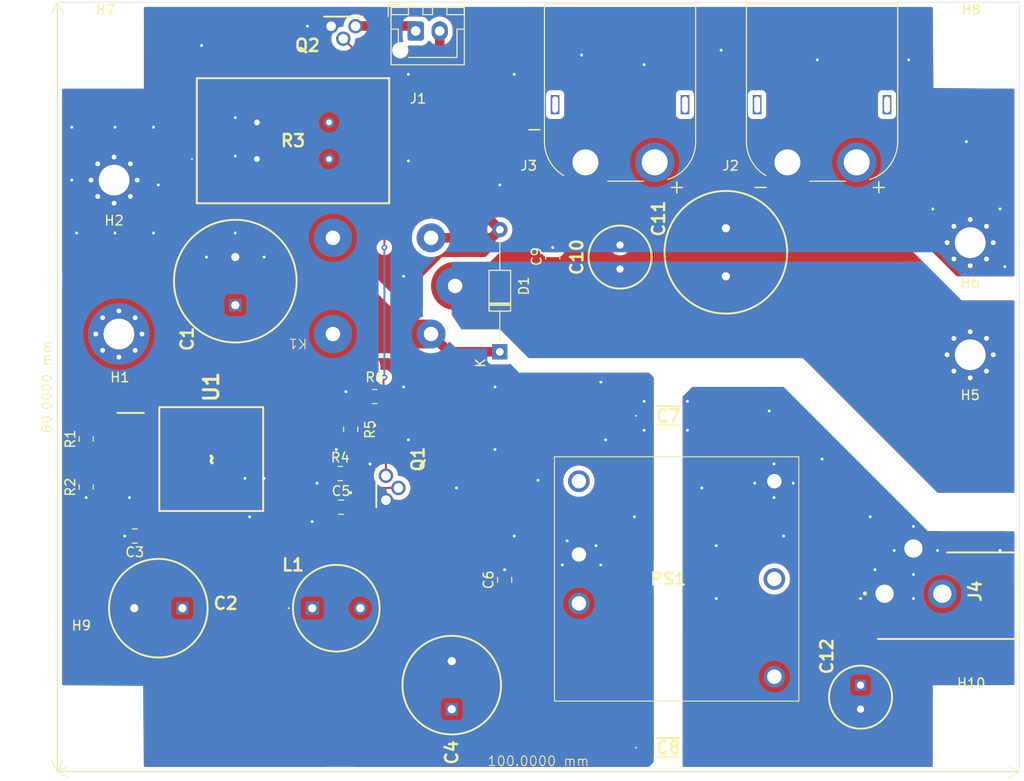
<source format=kicad_pcb>
(kicad_pcb (version 20240108) (generator "pcbnew") (generator_version "8.0")
  (layers (0 "F.Cu" signal) (31 "B.Cu" signal) (34 "B.Paste" user) (35 "F.Paste" user) (36 "B.SilkS" user "B.Silkscreen") (37 "F.SilkS" user "F.Silkscreen") (38 "B.Mask" user) (39 "F.Mask" user) (44 "Edge.Cuts" user))
  (net 0 "")
  (net 1 "GND")
  (net 2 "VCC")
  (net 3 "Net-(U1-delay_c)")
  (net 4 "Net-(PS1-VIN)")
  (net 5 "Net-(PS1-0V)")
  (net 6 "Net-(PS1-+VO)")
  (net 7 "Net-(J1-Pin_1)")
  (net 8 "Net-(K1-Pad12)")
  (net 11 "Net-(Q1-G)")
  (net 12 "Net-(Q1-D)")
  (net 13 "Net-(U1-Vin)")
  (net 14 "Net-(U1-Vout)")
  (net 18 "Net-(J2-Pin_2)")
  (net 19 "Net-(D1-A)")
  (footprint "Connector_AMASS:AMASS_XT60PW-M_1x02_P7.20mm_Horizontal" (layer "F.Cu") (at 130.9 51.65)
    (property "Reference" "J2" (at -5.9 0.35 0) (layer "F.SilkS"))
    (property "Value" "Conn_01x02")
    (fp_text user "-" (at -2.8 2.5 0) (layer "F.SilkS") (effects (font (size 1.5 1.5))))
    (fp_text user "+" (at 9.5 2.5 0) (layer "F.SilkS") (effects (font (size 1.5 1.5))))
    (pad "" thru_hole rect (at -3.15 -6) (size 0.9 2) (drill oval 0.6 1.7) (layers "*.Cu" "*.Mask"))
    (pad "" thru_hole rect (at 10.35 -6) (size 0.9 2) (drill oval 0.6 1.7) (layers "*.Cu" "*.Mask"))
    (pad "1" thru_hole roundrect (at 0 0) (size 4.1 4.1) (drill 2.7) (layers "*.Cu" "*.Mask") (net 1 "GND"))
    (pad "2" thru_hole circle (at 7.2 0) (size 4.1 4.1) (drill 2.7) (layers "*.Cu" "*.Mask") (net 18 "Net-(J2-Pin_2)"))
  )
  (footprint "MountingHole:MountingHole_3.2mm_M3" (layer "F.Cu") (at 150 110)
    (property "Reference" "H10" (at 0 -4.2 0) (layer "F.SilkS"))
    (property "Value" "MountingHole")
    (pad "" np_thru_hole circle (at 0 0) (size 3.2 3.2) (drill 3.2) (layers "*.Cu" "*.Mask"))
  )
  (footprint "MountingHole:MountingHole_3.2mm_M3_Pad_Via" (layer "F.Cu") (at 61.4 69.5 180)
    (property "Reference" "H1" (at -0.1 -4.5 180) (layer "F.SilkS"))
    (property "Value" "fuse_out")
    (pad "1" thru_hole circle (at -2.4 0 180) (size 0.8 0.8) (drill 0.5) (layers "*.Cu" "*.Mask") (net 2 "VCC"))
    (pad "1" thru_hole circle (at -1.697056 -1.697056 180) (size 0.8 0.8) (drill 0.5) (layers "*.Cu" "*.Mask") (net 2 "VCC"))
    (pad "1" thru_hole circle (at -1.697056 1.697056 180) (size 0.8 0.8) (drill 0.5) (layers "*.Cu" "*.Mask") (net 2 "VCC"))
    (pad "1" thru_hole circle (at 0 -2.4 180) (size 0.8 0.8) (drill 0.5) (layers "*.Cu" "*.Mask") (net 2 "VCC"))
    (pad "1" thru_hole circle (at 0 0 180) (size 6.4 6.4) (drill 3.2) (layers "*.Cu" "*.Mask") (net 2 "VCC"))
    (pad "1" thru_hole circle (at 0 2.4 180) (size 0.8 0.8) (drill 0.5) (layers "*.Cu" "*.Mask") (net 2 "VCC"))
    (pad "1" thru_hole circle (at 1.697056 -1.697056 180) (size 0.8 0.8) (drill 0.5) (layers "*.Cu" "*.Mask") (net 2 "VCC"))
    (pad "1" thru_hole circle (at 1.697056 1.697056 180) (size 0.8 0.8) (drill 0.5) (layers "*.Cu" "*.Mask") (net 2 "VCC"))
    (pad "1" thru_hole circle (at 2.4 0 180) (size 0.8 0.8) (drill 0.5) (layers "*.Cu" "*.Mask") (net 2 "VCC"))
  )
  (footprint "Connector_AMASS:AMASS_XT60PW-M_1x02_P7.20mm_Horizontal" (layer "F.Cu") (at 109.9 51.65)
    (property "Reference" "J3" (at -5.9 0.35 0) (layer "F.SilkS"))
    (property "Value" "Conn_01x02")
    (fp_text user "+" (at 9.5 2.5 0) (layer "F.SilkS") (effects (font (size 1.5 1.5))))
    (fp_text user "-" (at -5.3 -3.5 0) (layer "F.SilkS") (effects (font (size 1.5 1.5))))
    (pad "" thru_hole rect (at -3.15 -6) (size 0.9 2) (drill oval 0.6 1.7) (layers "*.Cu" "*.Mask"))
    (pad "" thru_hole rect (at 10.35 -6) (size 0.9 2) (drill oval 0.6 1.7) (layers "*.Cu" "*.Mask"))
    (pad "1" thru_hole roundrect (at 0 0) (size 4.1 4.1) (drill 2.7) (layers "*.Cu" "*.Mask") (net 1 "GND"))
    (pad "2" thru_hole circle (at 7.2 0) (size 4.1 4.1) (drill 2.7) (layers "*.Cu" "*.Mask") (net 18 "Net-(J2-Pin_2)"))
  )
  (footprint "Resistor_SMD:R_0805_2012Metric" (layer "F.Cu") (at 88 76 180)
    (property "Reference" "R6" (at 0 2 180) (layer "F.SilkS"))
    (property "Value" "10k")
    (pad "1" smd roundrect (at -0.9125 0 180) (size 1.025 1.4) (layers "F.Cu" "F.Paste" "F.Mask") (roundrect_rratio 0.243902) (net 12 "Net-(Q1-D)"))
    (pad "2" smd roundrect (at 0.9125 0 180) (size 1.025 1.4) (layers "F.Cu" "F.Paste" "F.Mask") (roundrect_rratio 0.243902) (net 2 "VCC"))
  )
  (footprint "Capacitor_SMD:C_0805_2012Metric" (layer "F.Cu") (at 84.5 87.5)
    (property "Reference" "C5" (at 0 -1.68 0) (layer "F.SilkS"))
    (property "Value" "3.3u")
    (pad "1" smd roundrect (at -0.95 0) (size 1 1.45) (layers "F.Cu" "F.Paste" "F.Mask") (net 3 "Net-(U1-delay_c)"))
    (pad "2" smd roundrect (at 0.95 0) (size 1 1.45) (layers "F.Cu" "F.Paste" "F.Mask") (net 1 "GND"))
  )
  (footprint "GR442QR73D102KW01L:GR442QR73D821KW010" (layer "F.Cu") (at 118.5 112.5)
    (property "Reference" "C8" (at 0 0 0) (layer "F.SilkS") (effects (font (size 1.27 1.27) (thickness 0.254))))
    (property "Value" "1n" (hide yes))
    (pad "1" smd rect (at -2.2 0) (size 1.3 1.6) (layers "F.Cu" "F.Paste" "F.Mask") (net 4 "Net-(PS1-VIN)"))
    (pad "2" smd rect (at 2.2 0) (size 1.3 1.6) (layers "F.Cu" "F.Paste" "F.Mask") (net 6 "Net-(PS1-+VO)"))
  )
  (footprint "ECA-1VM101:CAPPRD250W55D655H1220" (layer "F.Cu") (at 113.5 62.75 90)
    (property "Reference" "C10" (at 1.25 -4.5 -90) (layer "F.SilkS") (effects (font (size 1.27 1.27) (thickness 0.254))))
    (property "Value" "100u" (hide yes))
    (pad "1" thru_hole rect (at 0 0 90) (size 1.15 1.15) (drill 0.75) (layers "*.Cu" "*.Mask") (net 18 "Net-(J2-Pin_2)"))
    (pad "2" thru_hole circle (at 2.5 0 90) (size 1.15 1.15) (drill 0.75) (layers "*.Cu" "*.Mask") (net 1 "GND"))
  )
  (footprint "Capacitor_SMD:C_0805_2012Metric" (layer "F.Cu") (at 63.05 90.5 180)
    (property "Reference" "C3" (at 0 -1.68 180) (layer "F.SilkS"))
    (property "Value" "1u")
    (pad "1" smd roundrect (at -0.95 0 180) (size 1 1.45) (layers "F.Cu" "F.Paste" "F.Mask") (net 2 "VCC"))
    (pad "2" smd roundrect (at 0.95 0 180) (size 1 1.45) (layers "F.Cu" "F.Paste" "F.Mask") (net 1 "GND"))
  )
  (footprint "Connector_JST:JST_XH_B2B-XH-AM_1x02_P2.50mm_Vertical" (layer "F.Cu") (at 92.25 38)
    (property "Reference" "J1" (at 0.25 7.025 0) (layer "F.SilkS"))
    (property "Value" "Conn_01x02")
    (pad "" np_thru_hole circle (at -1.6 2) (size 1.2 1.2) (drill 1.2) (layers "*.Cu" "*.Mask"))
    (pad "1" thru_hole roundrect (at 0 0) (size 1.7 2) (drill 1) (layers "*.Cu" "*.Mask") (roundrect_rratio 0.147059) (net 7 "Net-(J1-Pin_1)"))
    (pad "2" thru_hole oval (at 2.5 0) (size 1.7 2) (drill 1) (layers "*.Cu" "*.Mask") (net 19 "Net-(D1-A)"))
  )
  (footprint "Resistor_SMD:R_0805_2012Metric" (layer "F.Cu") (at 58 85.4125 90)
    (property "Reference" "R2" (at 0 -1.65 -90) (layer "F.SilkS"))
    (property "Value" "1k")
    (pad "1" smd roundrect (at -0.9125 0 90) (size 1.025 1.4) (layers "F.Cu" "F.Paste" "F.Mask") (roundrect_rratio 0.243902) (net 1 "GND"))
    (pad "2" smd roundrect (at 0.9125 0 90) (size 1.025 1.4) (layers "F.Cu" "F.Paste" "F.Mask") (roundrect_rratio 0.243902) (net 13 "Net-(U1-Vin)"))
  )
  (footprint "MountingHole:MountingHole_3.2mm_M3" (layer "F.Cu") (at 60 40)
    (property "Reference" "H7" (at 0 -4.2 0) (layer "F.SilkS"))
    (property "Value" "MountingHole")
    (pad "" np_thru_hole circle (at 0 0) (size 3.2 3.2) (drill 3.2) (layers "*.Cu" "*.Mask"))
  )
  (footprint "MountingHole:MountingHole_3.2mm_M3_Pad_Via" (layer "F.Cu") (at 60.9 53.5 180)
    (property "Reference" "H2" (at 0 -4.2 180) (layer "F.SilkS"))
    (property "Value" "GND")
    (pad "1" thru_hole circle (at -2.4 0 180) (size 0.8 0.8) (drill 0.5) (layers "*.Cu" "*.Mask") (net 1 "GND"))
    (pad "1" thru_hole circle (at -1.697056 -1.697056 180) (size 0.8 0.8) (drill 0.5) (layers "*.Cu" "*.Mask") (net 1 "GND"))
    (pad "1" thru_hole circle (at -1.697056 1.697056 180) (size 0.8 0.8) (drill 0.5) (layers "*.Cu" "*.Mask") (net 1 "GND"))
    (pad "1" thru_hole circle (at 0 -2.4 180) (size 0.8 0.8) (drill 0.5) (layers "*.Cu" "*.Mask") (net 1 "GND"))
    (pad "1" thru_hole circle (at 0 0 180) (size 6.4 6.4) (drill 3.2) (layers "*.Cu" "*.Mask") (net 1 "GND"))
    (pad "1" thru_hole circle (at 0 2.4 180) (size 0.8 0.8) (drill 0.5) (layers "*.Cu" "*.Mask") (net 1 "GND"))
    (pad "1" thru_hole circle (at 1.697056 -1.697056 180) (size 0.8 0.8) (drill 0.5) (layers "*.Cu" "*.Mask") (net 1 "GND"))
    (pad "1" thru_hole circle (at 1.697056 1.697056 180) (size 0.8 0.8) (drill 0.5) (layers "*.Cu" "*.Mask") (net 1 "GND"))
    (pad "1" thru_hole circle (at 2.4 0 180) (size 0.8 0.8) (drill 0.5) (layers "*.Cu" "*.Mask") (net 1 "GND"))
  )
  (footprint "M51957B:SOP8" (layer "F.Cu") (at 71 82.5 -90)
    (property "Reference" "U1" (at -7.5 0 90) (layer "F.SilkS") (effects (font (size 1.524 1.524) (thickness 0.3048))))
    (property "Value" "~" (at 0 0 90) (layer "F.SilkS") (effects (font (size 1.524 1.524) (thickness 0.3048))))
    (pad "1" smd rect (at -3.80746 8.37946 90) (size 1.51892 2.53746) (layers "F.Cu" "F.Paste" "F.Mask"))
    (pad "2" smd rect (at -1.26746 8.37946 90) (size 1.51892 2.53746) (layers "F.Cu" "F.Paste" "F.Mask") (net 13 "Net-(U1-Vin)"))
    (pad "3" smd rect (at 1.26746 8.37946 90) (size 1.51892 2.53746) (layers "F.Cu" "F.Paste" "F.Mask"))
    (pad "4" smd rect (at 3.80746 8.37946 90) (size 1.51892 2.53746) (layers "F.Cu" "F.Paste" "F.Mask") (net 1 "GND"))
    (pad "5" smd rect (at 3.80746 -8.37946 270) (size 1.51892 2.53746) (layers "F.Cu" "F.Paste" "F.Mask") (net 3 "Net-(U1-delay_c)"))
    (pad "6" smd rect (at 1.26746 -8.37946 270) (size 1.51892 2.53746) (layers "F.Cu" "F.Paste" "F.Mask") (net 14 "Net-(U1-Vout)"))
    (pad "7" smd rect (at -1.26746 -8.37946 270) (size 1.51892 2.53746) (layers "F.Cu" "F.Paste" "F.Mask") (net 2 "VCC"))
    (pad "8" smd rect (at -3.80746 -8.37946 270) (size 1.51892 2.53746) (layers "F.Cu" "F.Paste" "F.Mask"))
  )
  (footprint "PDQE20-Q24-S5-D:PDQE15Q24S5D" (layer "F.Cu") (at 109.22 84.8)
    (property "Reference" "PS1" (at 9.28 10.16 0) (layer "F.SilkS") (effects (font (size 1.27 1.27) (thickness 0.254))))
    (property "Value" "PDQE20-Q24-S5-D" (hide yes))
    (pad "1" thru_hole circle (at 0 0) (size 2.25 2.25) (drill 1.5) (layers "*.Cu" "*.Mask"))
    (pad "2" thru_hole circle (at 0 7.62) (size 2.25 2.25) (drill 1.5) (layers "*.Cu" "*.Mask") (net 1 "GND"))
    (pad "3" thru_hole circle (at 0 12.7) (size 2.25 2.25) (drill 1.5) (layers "*.Cu" "*.Mask") (net 4 "Net-(PS1-VIN)"))
    (pad "4" thru_hole circle (at 20.32 20.32) (size 2.25 2.25) (drill 1.5) (layers "*.Cu" "*.Mask") (net 6 "Net-(PS1-+VO)"))
    (pad "5" thru_hole circle (at 20.32 10.16) (size 2.25 2.25) (drill 1.5) (layers "*.Cu" "*.Mask"))
    (pad "6" thru_hole circle (at 20.32 0) (size 2.25 2.25) (drill 1.5) (layers "*.Cu" "*.Mask") (net 5 "Net-(PS1-0V)"))
  )
  (footprint "TWW20J1R0E:TWW20J1R0E" (layer "F.Cu") (at 75.75 51.31)
    (property "Reference" "R3" (at 3.75 -1.905 0) (layer "F.SilkS") (effects (font (size 1.27 1.27) (thickness 0.254))))
    (property "Value" "TWW20J1R0E" (hide yes))
    (pad "1" thru_hole circle (at 0 0) (size 1.1 1.1) (drill 0.6) (layers "*.Cu" "*.Mask") (net 1 "GND"))
    (pad "2" thru_hole circle (at 7.5 0) (size 1.1 1.1) (drill 0.6) (layers "*.Cu" "*.Mask") (net 8 "Net-(K1-Pad12)"))
    (pad "3" thru_hole circle (at 7.5 -3.81) (size 1.1 1.1) (drill 0.6) (layers "*.Cu" "*.Mask") (net 8 "Net-(K1-Pad12)"))
    (pad "4" thru_hole circle (at 0 -3.81) (size 1.1 1.1) (drill 0.6) (layers "*.Cu" "*.Mask") (net 1 "GND"))
  )
  (footprint "ECA-1VM101:CAPPRD250W55D655H1220" (layer "F.Cu") (at 138.5 106 -90)
    (property "Reference" "C12" (at -3 3.5 90) (layer "F.SilkS") (effects (font (size 1.27 1.27) (thickness 0.254))))
    (property "Value" "100u" (hide yes))
    (pad "1" thru_hole rect (at 0 0 270) (size 1.15 1.15) (drill 0.75) (layers "*.Cu" "*.Mask") (net 6 "Net-(PS1-+VO)"))
    (pad "2" thru_hole circle (at 2.5 0 270) (size 1.15 1.15) (drill 0.75) (layers "*.Cu" "*.Mask") (net 5 "Net-(PS1-0V)"))
  )
  (footprint "Resistor_SMD:R_0805_2012Metric" (layer "F.Cu") (at 84.4125 84)
    (property "Reference" "R4" (at 0 -1.65 0) (layer "F.SilkS"))
    (property "Value" "10")
    (pad "1" smd roundrect (at -0.9125 0) (size 1.025 1.4) (layers "F.Cu" "F.Paste" "F.Mask") (roundrect_rratio 0.243902) (net 14 "Net-(U1-Vout)"))
    (pad "2" smd roundrect (at 0.9125 0) (size 1.025 1.4) (layers "F.Cu" "F.Paste" "F.Mask") (roundrect_rratio 0.243902) (net 11 "Net-(Q1-G)"))
  )
  (footprint "MountingHole:MountingHole_3.2mm_M3_Pad_Via" (layer "F.Cu") (at 149.9 60 180)
    (property "Reference" "H6" (at 0 -4.2 180) (layer "F.SilkS"))
    (property "Value" "GND")
    (pad "1" thru_hole circle (at -2.4 0 180) (size 0.8 0.8) (drill 0.5) (layers "*.Cu" "*.Mask") (net 1 "GND"))
    (pad "1" thru_hole circle (at -1.697056 -1.697056 180) (size 0.8 0.8) (drill 0.5) (layers "*.Cu" "*.Mask") (net 1 "GND"))
    (pad "1" thru_hole circle (at -1.697056 1.697056 180) (size 0.8 0.8) (drill 0.5) (layers "*.Cu" "*.Mask") (net 1 "GND"))
    (pad "1" thru_hole circle (at 0 -2.4 180) (size 0.8 0.8) (drill 0.5) (layers "*.Cu" "*.Mask") (net 1 "GND"))
    (pad "1" thru_hole circle (at 0 0 180) (size 6.4 6.4) (drill 3.2) (layers "*.Cu" "*.Mask") (net 1 "GND"))
    (pad "1" thru_hole circle (at 0 2.4 180) (size 0.8 0.8) (drill 0.5) (layers "*.Cu" "*.Mask") (net 1 "GND"))
    (pad "1" thru_hole circle (at 1.697056 -1.697056 180) (size 0.8 0.8) (drill 0.5) (layers "*.Cu" "*.Mask") (net 1 "GND"))
    (pad "1" thru_hole circle (at 1.697056 1.697056 180) (size 0.8 0.8) (drill 0.5) (layers "*.Cu" "*.Mask") (net 1 "GND"))
    (pad "1" thru_hole circle (at 2.4 0 180) (size 0.8 0.8) (drill 0.5) (layers "*.Cu" "*.Mask") (net 1 "GND"))
  )
  (footprint "ECA-1VM102B:CAPPRD500W65D1275H2200" (layer "F.Cu") (at 124.5 63.5 90)
    (property "Reference" "C11" (at 6 -7 -90) (layer "F.SilkS") (effects (font (size 1.27 1.27) (thickness 0.254))))
    (property "Value" "1000u" (hide yes))
    (pad "1" thru_hole rect (at 0 0 90) (size 1.275 1.275) (drill 0.85) (layers "*.Cu" "*.Mask") (net 18 "Net-(J2-Pin_2)"))
    (pad "2" thru_hole circle (at 5 0 90) (size 1.275 1.275) (drill 0.85) (layers "*.Cu" "*.Mask") (net 1 "GND"))
  )
  (footprint "GR442QR73D102KW01L:GR442QR73D821KW010" (layer "F.Cu") (at 118.5 78)
    (property "Reference" "C7" (at 0 0 0) (layer "F.SilkS") (effects (font (size 1.27 1.27) (thickness 0.254))))
    (property "Value" "1n" (hide yes))
    (pad "1" smd rect (at -2.2 0) (size 1.3 1.6) (layers "F.Cu" "F.Paste" "F.Mask") (net 1 "GND"))
    (pad "2" smd rect (at 2.2 0) (size 1.3 1.6) (layers "F.Cu" "F.Paste" "F.Mask") (net 5 "Net-(PS1-0V)"))
  )
  (footprint "Capacitor_SMD:C_0805_2012Metric" (layer "F.Cu") (at 101.5 95.05 90)
    (property "Reference" "C6" (at 0 -1.68 -90) (layer "F.SilkS"))
    (property "Value" "1u")
    (pad "1" smd roundrect (at -0.95 0 90) (size 1 1.45) (layers "F.Cu" "F.Paste" "F.Mask") (net 4 "Net-(PS1-VIN)"))
    (pad "2" smd roundrect (at 0.95 0 90) (size 1 1.45) (layers "F.Cu" "F.Paste" "F.Mask") (net 1 "GND"))
  )
  (footprint "MountingHole:MountingHole_3.2mm_M3" (layer "F.Cu") (at 60 110)
    (property "Reference" "H9" (at -2.5 -10.2 0) (layer "F.SilkS"))
    (property "Value" "MountingHole")
    (pad "" np_thru_hole circle (at 0 0) (size 3.2 3.2) (drill 3.2) (layers "*.Cu" "*.Mask"))
  )
  (footprint "BS170:LM431ACZ" (layer "F.Cu") (at 89.158 84.23 -90)
    (property "Reference" "Q1" (at -1.73 -3.342 90) (layer "F.SilkS") (effects (font (size 1.27 1.27) (thickness 0.254))))
    (property "Value" "Q_NMOS_DGS" (hide yes))
    (pad "1" thru_hole circle (at 0 0 270) (size 1.5 1.5) (drill 1) (layers "*.Cu" "*.Mask") (net 12 "Net-(Q1-D)"))
    (pad "2" thru_hole circle (at 1.27 -1.3 270) (size 1.5 1.5) (drill 1) (layers "*.Cu" "*.Mask") (net 11 "Net-(Q1-G)"))
    (pad "3" thru_hole circle (at 2.54 0 270) (size 1.5 1.5) (drill 1) (layers "*.Cu" "*.Mask") (net 1 "GND"))
  )
  (footprint "RLB9012-4R7ML:RLB90124R7ML" (layer "F.Cu") (at 81.5 98)
    (property "Reference" "L1" (at -2 -4.5 0) (layer "F.SilkS") (effects (font (size 1.27 1.27) (thickness 0.254))))
    (property "Value" "4.7u" (hide yes))
    (pad "1" thru_hole rect (at 0 0) (size 1.381 1.381) (drill 0.85) (layers "*.Cu" "*.Mask") (net 2 "VCC"))
    (pad "2" thru_hole circle (at 5 0) (size 1.381 1.381) (drill 0.85) (layers "*.Cu" "*.Mask") (net 4 "Net-(PS1-VIN)"))
  )
  (footprint "Diode_THT:D_DO-35_SOD27_P12.70mm_Horizontal" (layer "F.Cu") (at 101 71.35 90)
    (property "Reference" "D1" (at 6.85 2.5 90) (layer "F.SilkS"))
    (property "Value" "D")
    (fp_text user "K" (at -1.15 -2 90) (layer "F.SilkS"))
    (pad "1" thru_hole rect (at 0 0 90) (size 1.6 1.6) (drill 0.8) (layers "*.Cu" "*.Mask") (net 2 "VCC"))
    (pad "2" thru_hole oval (at 12.7 0 90) (size 1.6 1.6) (drill 0.8) (layers "*.Cu" "*.Mask") (net 19 "Net-(D1-A)"))
  )
  (footprint "MountingHole:MountingHole_3.2mm_M3" (layer "F.Cu") (at 150 40)
    (property "Reference" "H8" (at 0 -4.2 0) (layer "F.SilkS"))
    (property "Value" "MountingHole")
    (pad "" np_thru_hole circle (at 0 0) (size 3.2 3.2) (drill 3.2) (layers "*.Cu" "*.Mask"))
  )
  (footprint "PJ-102BH:PJ-102AH" (layer "F.Cu") (at 144 92.2 -90)
    (property "Reference" "J4" (at 4.035 -6.411 90) (layer "F.SilkS") (effects (font (size 1.27 1.27) (thickness 0.254))))
    (property "Value" "PJ-102BH" (hide yes))
    (pad "1" thru_hole circle (at 4.3 3 270) (size 3 3) (drill 1.9) (layers "*.Cu" "*.Mask") (net 5 "Net-(PS1-0V)"))
    (pad "2" thru_hole circle (at 4.3 -3 270) (size 3 3) (drill 1.9) (layers "*.Cu" "*.Mask") (net 6 "Net-(PS1-+VO)"))
    (pad "3" thru_hole circle (at -0.4 0 270) (size 3 3) (drill 1.9) (layers "*.Cu" "*.Mask") (net 5 "Net-(PS1-0V)"))
  )
  (footprint "Resistor_SMD:R_0805_2012Metric" (layer "F.Cu") (at 58 80.4125 90)
    (property "Reference" "R1" (at 0 -1.65 -90) (layer "F.SilkS"))
    (property "Value" "8.2k")
    (pad "1" smd roundrect (at -0.9125 0 90) (size 1.025 1.4) (layers "F.Cu" "F.Paste" "F.Mask") (roundrect_rratio 0.243902) (net 13 "Net-(U1-Vin)"))
    (pad "2" smd roundrect (at 0.9125 0 90) (size 1.025 1.4) (layers "F.Cu" "F.Paste" "F.Mask") (roundrect_rratio 0.243902) (net 2 "VCC"))
  )
  (footprint "ECA-1VM102B:CAPPRD500W65D1275H2200" (layer "F.Cu") (at 73.5 66.5 90)
    (property "Reference" "C1" (at -3.5 -5 -90) (layer "F.SilkS") (effects (font (size 1.27 1.27) (thickness 0.254))))
    (property "Value" "1000u" (hide yes))
    (pad "1" thru_hole rect (at 0 0 90) (size 1.275 1.275) (drill 0.85) (layers "*.Cu" "*.Mask") (net 2 "VCC"))
    (pad "2" thru_hole circle (at 5 0 90) (size 1.275 1.275) (drill 0.85) (layers "*.Cu" "*.Mask") (net 1 "GND"))
  )
  (footprint "Capacitor_SMD:C_0805_2012Metric" (layer "F.Cu") (at 106.5 61.45 90)
    (property "Reference" "C9" (at 0 -1.68 -90) (layer "F.SilkS"))
    (property "Value" "10u")
    (pad "1" smd roundrect (at -0.95 0 90) (size 1 1.45) (layers "F.Cu" "F.Paste" "F.Mask") (net 18 "Net-(J2-Pin_2)"))
    (pad "2" smd roundrect (at 0.95 0 90) (size 1 1.45) (layers "F.Cu" "F.Paste" "F.Mask") (net 1 "GND"))
  )
  (footprint "ECA-1VM331B:CAPPRD500W65D1025H1350" (layer "F.Cu") (at 96 108.5 90)
    (property "Reference" "C4" (at -4.5 0 -90) (layer "F.SilkS") (effects (font (size 1.27 1.27) (thickness 0.254))))
    (property "Value" "330u" (hide yes))
    (pad "1" thru_hole rect (at 0 0 90) (size 1.275 1.275) (drill 0.85) (layers "*.Cu" "*.Mask") (net 4 "Net-(PS1-VIN)"))
    (pad "2" thru_hole circle (at 5 0 90) (size 1.275 1.275) (drill 0.85) (layers "*.Cu" "*.Mask") (net 1 "GND"))
  )
  (footprint "ECA-1VM331B:CAPPRD500W65D1025H1350" (layer "F.Cu") (at 68 98 180)
    (property "Reference" "C2" (at -4.5 0.5 180) (layer "F.SilkS") (effects (font (size 1.27 1.27) (thickness 0.254))))
    (property "Value" "330u" (hide yes))
    (pad "1" thru_hole rect (at 0 0 180) (size 1.275 1.275) (drill 0.85) (layers "*.Cu" "*.Mask") (net 2 "VCC"))
    (pad "2" thru_hole circle (at 5 0 180) (size 1.275 1.275) (drill 0.85) (layers "*.Cu" "*.Mask") (net 1 "GND"))
  )
  (footprint "Resistor_SMD:R_0805_2012Metric" (layer "F.Cu") (at 85.5 79.4125 90)
    (property "Reference" "R5" (at 0 2 -90) (layer "F.SilkS"))
    (property "Value" "10k")
    (pad "1" smd roundrect (at -0.9125 0 90) (size 1.025 1.4) (layers "F.Cu" "F.Paste" "F.Mask") (roundrect_rratio 0.243902) (net 11 "Net-(Q1-G)"))
    (pad "2" smd roundrect (at 0.9125 0 90) (size 1.025 1.4) (layers "F.Cu" "F.Paste" "F.Mask") (roundrect_rratio 0.243902) (net 2 "VCC"))
  )
  (footprint "DG81-7011-35-1012:DG81-7011-35-1012" (layer "F.Cu") (at 96.35 64.5 180)
    (property "Reference" "K1" (at 16.35 -6 180) (layer "F.SilkS") (effects (font (thickness 0.1))))
    (property "Value" "Relay_SPDT")
    (pad "11" thru_hole circle (at 0 0 180) (size 4 4) (drill 1.5) (layers "*.Cu" "*.Mask") (net 18 "Net-(J2-Pin_2)"))
    (pad "12" thru_hole circle (at 12.7 5 180) (size 4 4) (drill 1.5) (layers "*.Cu" "*.Mask") (net 8 "Net-(K1-Pad12)"))
    (pad "14" thru_hole circle (at 12.7 -5 180) (size 4 4) (drill 1.5) (layers "*.Cu" "*.Mask") (net 2 "VCC"))
    (pad "A1" thru_hole circle (at 2.5 -5 180) (size 3 3) (drill 1.5) (layers "*.Cu" "*.Mask") (net 2 "VCC"))
    (pad "A2" thru_hole circle (at 2.5 5 180) (size 3 3) (drill 1.5) (layers "*.Cu" "*.Mask") (net 19 "Net-(D1-A)"))
  )
  (footprint "MountingHole:MountingHole_3.2mm_M3_Pad_Via" (layer "F.Cu") (at 149.9 71.652944 180)
    (property "Reference" "H5" (at 0 -4.2 180) (layer "F.SilkS"))
    (property "Value" "12V")
    (pad "1" thru_hole circle (at -2.4 0 180) (size 0.8 0.8) (drill 0.5) (layers "*.Cu" "*.Mask") (net 18 "Net-(J2-Pin_2)"))
    (pad "1" thru_hole circle (at -1.697056 -1.697056 180) (size 0.8 0.8) (drill 0.5) (layers "*.Cu" "*.Mask") (net 18 "Net-(J2-Pin_2)"))
    (pad "1" thru_hole circle (at -1.697056 1.697056 180) (size 0.8 0.8) (drill 0.5) (layers "*.Cu" "*.Mask") (net 18 "Net-(J2-Pin_2)"))
    (pad "1" thru_hole circle (at 0 -2.4 180) (size 0.8 0.8) (drill 0.5) (layers "*.Cu" "*.Mask") (net 18 "Net-(J2-Pin_2)"))
    (pad "1" thru_hole circle (at 0 0 180) (size 6.4 6.4) (drill 3.2) (layers "*.Cu" "*.Mask") (net 18 "Net-(J2-Pin_2)"))
    (pad "1" thru_hole circle (at 0 2.4 180) (size 0.8 0.8) (drill 0.5) (layers "*.Cu" "*.Mask") (net 18 "Net-(J2-Pin_2)"))
    (pad "1" thru_hole circle (at 1.697056 -1.697056 180) (size 0.8 0.8) (drill 0.5) (layers "*.Cu" "*.Mask") (net 18 "Net-(J2-Pin_2)"))
    (pad "1" thru_hole circle (at 1.697056 1.697056 180) (size 0.8 0.8) (drill 0.5) (layers "*.Cu" "*.Mask") (net 18 "Net-(J2-Pin_2)"))
    (pad "1" thru_hole circle (at 2.4 0 180) (size 0.8 0.8) (drill 0.5) (layers "*.Cu" "*.Mask") (net 18 "Net-(J2-Pin_2)"))
  )
  (footprint "BS170:LM431ACZ" (layer "F.Cu") (at 86 37.5 180)
    (property "Reference" "Q2" (at 5 -2 180) (layer "F.SilkS") (effects (font (size 1.27 1.27) (thickness 0.254))))
    (property "Value" "Q_NMOS_DGS" (hide yes))
    (pad "1" thru_hole circle (at 0 0 180) (size 1.5 1.5) (drill 1) (layers "*.Cu" "*.Mask") (net 7 "Net-(J1-Pin_1)"))
    (pad "2" thru_hole circle (at 1.27 -1.3 180) (size 1.5 1.5) (drill 1) (layers "*.Cu" "*.Mask") (net 12 "Net-(Q1-D)"))
    (pad "3" thru_hole circle (at 2.54 0 180) (size 1.5 1.5) (drill 1) (layers "*.Cu" "*.Mask") (net 1 "GND"))
  )
  (gr_line (start 155 35) (end 55 35) (stroke (width 0.05)) (layer "Edge.Cuts"))
  (gr_line (start 55 115) (end 155 115) (stroke (width 0.05)) (layer "Edge.Cuts"))
  (gr_line (start 55 35) (end 55 115) (stroke (width 0.05)) (layer "Edge.Cuts"))
  (gr_line (start 155 35) (end 155 115) (stroke (width 0.05)) (layer "Edge.Cuts"))
  (dimension (type aligned) (layer "F.SilkS") (pts (xy 55 115) (xy 155 115)) (height 0) (gr_text "100.0000 mm" (at 105 113.9 0) (layer "F.SilkS") (effects (font (size 1 1) (thickness 0.1)))) (format (prefix "") (suffix "") (units 3) (units_format 1) (precision 4)) (style (thickness 0.1) (arrow_length 1.27) (text_position_mode 0) (extension_height 0.58642) (extension_offset 0.5) keep_text_aligned))
  (dimension (type aligned) (layer "F.SilkS") (pts (xy 55 35) (xy 55 115)) (height 0) (gr_text "80.0000 mm" (at 53.9 75 90) (layer "F.SilkS") (effects (font (size 1 1) (thickness 0.1)))) (format (prefix "") (suffix "") (units 3) (units_format 1) (precision 4)) (style (thickness 0.1) (arrow_length 1.27) (text_position_mode 0) (extension_height 0.58642) (extension_offset 0.5) keep_text_aligned))
  (segment (start 105.25 88.25) (end 87.75 88.25) (width 3) (layer "F.Cu") (net 1))
  (segment (start 109.22 92.42) (end 108 91.2) (width 3) (layer "F.Cu") (net 1))
  (segment (start 108 91.2) (end 108 91) (width 3) (layer "F.Cu") (net 1))
  (segment (start 107.8 91) (end 105.5 88.7) (width 3) (layer "F.Cu") (net 1))
  (segment (start 108 91) (end 107.8 91) (width 3) (layer "F.Cu") (net 1))
  (segment (start 105.5 88.7) (end 105.5 88.5) (width 3) (layer "F.Cu") (net 1))
  (segment (start 105.5 88.5) (end 105.25 88.25) (width 3) (layer "F.Cu") (net 1))
  (via (at 88 79) (size 0.6) (drill 0.3) (layers "F.Cu" "B.Cu") (net 1))
  (via (at 61 48) (size 0.6) (drill 0.3) (layers "F.Cu" "B.Cu") (net 1))
  (via (at 115 88.5) (size 0.6) (drill 0.3) (layers "F.Cu" "B.Cu") (net 1))
  (via (at 62 90.5) (size 0.6) (drill 0.3) (layers "F.Cu" "B.Cu") (net 1))
  (via (at 153 56.5) (size 0.6) (drill 0.3) (layers "F.Cu" "B.Cu") (net 1))
  (via (at 91 63.5) (size 0.6) (drill 0.3) (layers "F.Cu" "B.Cu") (net 1))
  (via (at 102.5 90.5) (size 0.6) (drill 0.3) (layers "F.Cu" "B.Cu") (net 1))
  (via (at 116 76.5) (size 0.6) (drill 0.3) (layers "F.Cu" "B.Cu") (net 1))
  (via (at 57 59) (size 0.6) (drill 0.3) (layers "F.Cu" "B.Cu") (net 1))
  (via (at 73.5 47) (size 0.6) (drill 0.3) (layers "F.Cu" "B.Cu") (net 1))
  (via (at 153.5 62.5) (size 0.6) (drill 0.3) (layers "F.Cu" "B.Cu") (net 1))
  (via (at 143.5 41) (size 0.6) (drill 0.3) (layers "F.Cu" "B.Cu") (net 1))
  (via (at 146 56.5) (size 0.6) (drill 0.3) (layers "F.Cu" "B.Cu") (net 1))
  (via (at 70.5 61.5) (size 0.6) (drill 0.3) (layers "F.Cu" "B.Cu") (net 1))
  (via (at 116 79.5) (size 0.6) (drill 0.3) (layers "F.Cu" "B.Cu") (net 1))
  (via (at 62.5 86.5) (size 0.6) (drill 0.3) (layers "F.Cu" "B.Cu") (net 1))
  (via (at 100.5 81.5) (size 0.6) (drill 0.3) (layers "F.Cu" "B.Cu") (net 1))
  (via (at 116 41.5) (size 0.6) (drill 0.3) (layers "F.Cu" "B.Cu") (net 1))
  (via (at 96.5 85.5) (size 0.6) (drill 0.3) (layers "F.Cu" "B.Cu") (net 1))
  (via (at 107.5 93.5) (size 0.6) (drill 0.3) (layers "F.Cu" "B.Cu") (net 1))
  (via (at 111.5 93.5) (size 0.6) (drill 0.3) (layers "F.Cu" "B.Cu") (net 1))
  (via (at 84 81.5) (size 0.6) (drill 0.3) (layers "F.Cu" "B.Cu") (net 1))
  (via (at 85.5 86) (size 0.6) (drill 0.3) (layers "F.Cu" "B.Cu") (net 1))
  (via (at 87.5 83) (size 0.6) (drill 0.3) (layers "F.Cu" "B.Cu") (net 1))
  (via (at 85 75.5) (size 0.6) (drill 0.3) (layers "F.Cu" "B.Cu") (net 1))
  (via (at 81 37.5) (size 0.6) (drill 0.3) (layers "F.Cu" "B.Cu") (net 1))
  (via (at 76.5 61.5) (size 0.6) (drill 0.3) (layers "F.Cu" "B.Cu") (net 1))
  (via (at 82 85) (size 0.6) (drill 0.3) (layers "F.Cu" "B.Cu") (net 1))
  (via (at 100.5 75) (size 0.6) (drill 0.3) (layers "F.Cu" "B.Cu") (net 1))
  (via (at 149.5 49.5) (size 0.6) (drill 0.3) (layers "F.Cu" "B.Cu") (net 1))
  (via (at 91.5 51.5) (size 0.6) (drill 0.3) (layers "F.Cu" "B.Cu") (net 1))
  (via (at 65 48) (size 0.6) (drill 0.3) (layers "F.Cu" "B.Cu") (net 1))
  (via (at 106.5 60.5) (size 0.6) (drill 0.3) (layers "F.Cu" "B.Cu") (net 1))
  (via (at 101.5 94) (size 0.6) (drill 0.3) (layers "F.Cu" "B.Cu") (net 1))
  (via (at 58 86.5) (size 0.6) (drill 0.3) (layers "F.Cu" "B.Cu") (net 1))
  (via (at 70 39.5) (size 0.6) (drill 0.3) (layers "F.Cu" "B.Cu") (net 1))
  (via (at 108 91) (size 0.6) (drill 0.3) (layers "F.Cu" "B.Cu") (net 1))
  (via (at 81.5 89) (size 0.6) (drill 0.3) (layers "F.Cu" "B.Cu") (net 1))
  (via (at 65.5 54) (size 0.6) (drill 0.3) (layers "F.Cu" "B.Cu") (net 1))
  (via (at 101 54) (size 0.6) (drill 0.3) (layers "F.Cu" "B.Cu") (net 1))
  (via (at 61 59) (size 0.6) (drill 0.3) (layers "F.Cu" "B.Cu") (net 1))
  (via (at 73.5 51) (size 0.6) (drill 0.3) (layers "F.Cu" "B.Cu") (net 1))
  (via (at 74.5 84.5) (size 0.6) (drill 0.3) (layers "F.Cu" "B.Cu") (net 1))
  (via (at 56.5 53.5) (size 0.6) (drill 0.3) (layers "F.Cu" "B.Cu") (net 1))
  (via (at 112 80.5) (size 0.6) (drill 0.3) (layers "F.Cu" "B.Cu") (net 1))
  (via (at 91 75) (size 0.6) (drill 0.3) (layers "F.Cu" "B.Cu") (net 1))
  (via (at 91.5 42.5) (size 0.6) (drill 0.3) (layers "F.Cu" "B.Cu") (net 1))
  (via (at 102.5 42.5) (size 0.6) (drill 0.3) (layers "F.Cu" "B.Cu") (net 1))
  (via (at 73.5 59) (size 0.6) (drill 0.3) (layers "F.Cu" "B.Cu") (net 1))
  (via (at 109.5 40.5) (size 0.6) (drill 0.3) (layers "F.Cu" "B.Cu") (net 1))
  (via (at 75 88.5) (size 0.6) (drill 0.3) (layers "F.Cu" "B.Cu") (net 1))
  (via (at 91.5 80.5) (size 0.6) (drill 0.3) (layers "F.Cu" "B.Cu") (net 1))
  (via (at 134 41) (size 0.6) (drill 0.3) (layers "F.Cu" "B.Cu") (net 1))
  (via (at 111 91.5) (size 0.6) (drill 0.3) (layers "F.Cu" "B.Cu") (net 1))
  (via (at 76.5 84.5) (size 0.6) (drill 0.3) (layers "F.Cu" "B.Cu") (net 1))
  (via (at 111.5 74.5) (size 0.6) (drill 0.3) (layers "F.Cu" "B.Cu") (net 1))
  (via (at 124 40) (size 0.6) (drill 0.3) (layers "F.Cu" "B.Cu") (net 1))
  (via (at 56.5 48) (size 0.6) (drill 0.3) (layers "F.Cu" "B.Cu") (net 1))
  (via (at 65 59) (size 0.6) (drill 0.3) (layers "F.Cu" "B.Cu") (net 1))
  (segment (start 87.0875 72.9375) (end 83.65 69.5) (width 2) (layer "F.Cu") (net 2))
  (segment (start 84.38073 78.5) (end 83.65 79.23073) (width 1) (layer "F.Cu") (net 2))
  (segment (start 87.0875 76.9125) (end 85.5 78.5) (width 2) (layer "F.Cu") (net 2))
  (segment (start 85.5 78.5) (end 84.00019 78.5) (width 2) (layer "F.Cu") (net 2))
  (segment (start 61.4 69.5) (end 83.65 69.5) (width 8) (layer "F.Cu") (net 2))
  (segment (start 68 98) (end 81.5 98) (width 3) (layer "F.Cu") (net 2))
  (segment (start 64 90.5) (end 64 94) (width 2) (layer "F.Cu") (net 2))
  (segment (start 79.37946 81.23254) (end 79.88873 81.23254) (width 1) (layer "F.Cu") (net 2))
  (segment (start 64 89) (end 72.45 80.55) (width 2) (layer "F.Cu") (net 2))
  (segment (start 64 94) (end 68 98) (width 2) (layer "F.Cu") (net 2))
  (segment (start 79.37946 81.23254) (end 73.13254 81.23254) (width 2) (layer "F.Cu") (net 2))
  (segment (start 80.65 66.5) (end 83.65 69.5) (width 3) (layer "F.Cu") (net 2))
  (segment (start 58 79.5) (end 59.5 79.5) (width 2) (layer "F.Cu") (net 2))
  (segment (start 85.5 78.5) (end 84.38073 78.5) (width 1) (layer "F.Cu") (net 2))
  (segment (start 87.0875 76) (end 87.0875 76.9125) (width 2) (layer "F.Cu") (net 2))
  (segment (start 101 71.35) (end 95.7 71.35) (width 1) (layer "F.Cu") (net 2))
  (segment (start 81.64819 81.23254) (end 79.37946 81.23254) (width 1) (layer "F.Cu") (net 2))
  (segment (start 93.85 69.5) (end 83.65 69.5) (width 3) (layer "F.Cu") (net 2))
  (segment (start 56.5 79.5) (end 61.4 74.6) (width 2) (layer "F.Cu") (net 2))
  (segment (start 87.0875 76) (end 87.0875 72.9375) (width 2) (layer "F.Cu") (net 2))
  (segment (start 95.7 71.35) (end 93.85 69.5) (width 1) (layer "F.Cu") (net 2))
  (segment (start 83.65 79.23073) (end 81.64819 81.23254) (width 1) (layer "F.Cu") (net 2))
  (segment (start 72.45 80.55) (end 61.4 69.5) (width 2) (layer "F.Cu") (net 2))
  (segment (start 73.13254 81.23254) (end 72.45 80.55) (width 2) (layer "F.Cu") (net 2))
  (segment (start 61.4 74.6) (end 61.4 69.5) (width 2) (layer "F.Cu") (net 2))
  (segment (start 83.65 69.5) (end 83.65 76.65) (width 1) (layer "F.Cu") (net 2))
  (segment (start 83.65 69.5) (end 83.65 79.23073) (width 1) (layer "F.Cu") (net 2))
  (segment (start 73.5 66.5) (end 80.65 66.5) (width 3) (layer "F.Cu") (net 2))
  (segment (start 58 79.5) (end 56.5 79.5) (width 2) (layer "F.Cu") (net 2))
  (segment (start 64 90.5) (end 64 89) (width 2) (layer "F.Cu") (net 2))
  (segment (start 81.26765 81.23254) (end 79.37946 81.23254) (width 2) (layer "F.Cu") (net 2))
  (segment (start 84.00019 78.5) (end 81.26765 81.23254) (width 2) (layer "F.Cu") (net 2))
  (segment (start 82.35746 86.30746) (end 83.55 87.5) (width 0.2) (layer "F.Cu") (net 3))
  (segment (start 79.37946 86.30746) (end 82.35746 86.30746) (width 0.2) (layer "F.Cu") (net 3))
  (segment (start 107 97.5) (end 96 108.5) (width 4) (layer "F.Cu") (net 4))
  (segment (start 109.22 97.5) (end 107 97.5) (width 4) (layer "F.Cu") (net 4))
  (segment (start 101.5 96) (end 88.5 96) (width 2) (layer "F.Cu") (net 4))
  (segment (start 86.5 99) (end 96 108.5) (width 3) (layer "F.Cu") (net 4))
  (segment (start 107.72 96) (end 109.22 97.5) (width 2) (layer "F.Cu") (net 4))
  (segment (start 88.5 96) (end 86.5 98) (width 2) (layer "F.Cu") (net 4))
  (segment (start 101.5 96) (end 107.72 96) (width 2) (layer "F.Cu") (net 4))
  (segment (start 86.5 98) (end 86.5 99) (width 3) (layer "F.Cu") (net 4))
  (segment (start 131.5 85) (end 131.24 86.5) (width 4) (layer "F.Cu") (net 5))
  (segment (start 134.5 89.76) (end 134.5 96.5) (width 4) (layer "F.Cu") (net 5))
  (segment (start 138.8 96.7) (end 141.234925 96.7) (width 4) (layer "F.Cu") (net 5))
  (segment (start 140 94) (end 142 92) (width 4) (layer "F.Cu") (net 5))
  (segment (start 142 92) (end 146.5 92) (width 4) (layer "F.Cu") (net 5))
  (segment (start 141.234925 95) (end 140 94) (width 4) (layer "F.Cu") (net 5))
  (segment (start 129.5 84.76) (end 127.5 85) (width 4) (layer "F.Cu") (net 5))
  (segment (start 146.5 92) (end 144.234925 92) (width 4) (layer "F.Cu") (net 5))
  (segment (start 138.2 96.7) (end 138.5 97) (width 4) (layer "F.Cu") (net 5))
  (segment (start 141.234925 96.7) (end 141.234925 95) (width 4) (layer "F.Cu") (net 5))
  (segment (start 129.5 84.76) (end 129.54 84.8) (width 4) (layer "F.Cu") (net 5))
  (segment (start 127.74 83) (end 129.5 83) (width 4) (layer "F.Cu") (net 5))
  (segment (start 131.24 86.5) (end 134.5 89.76) (width 4) (layer "F.Cu") (net 5))
  (segment (start 129.5 83) (end 129.5 84.76) (width 4) (layer "F.Cu") (net 5))
  (segment (start 122.74 78) (end 127.74 83) (width 4) (layer "F.Cu") (net 5))
  (segment (start 134.7 96.7) (end 138.2 96.7) (width 4) (layer "F.Cu") (net 5))
  (segment (start 129.54 84.8) (end 129.5 84.76) (width 4) (layer "F.Cu") (net 5))
  (segment (start 129.5 86.5) (end 131.5 85) (width 4) (layer "F.Cu") (net 5))
  (segment (start 138.5 97) (end 138.8 96.7) (width 4) (layer "F.Cu") (net 5))
  (segment (start 127.5 85) (end 129.5 86.5) (width 4) (layer "F.Cu") (net 5))
  (segment (start 134.5 96.5) (end 134.7 96.7) (width 4) (layer "F.Cu") (net 5))
  (via (at 140 94) (size 0.6) (drill 0.3) (layers "F.Cu" "B.Cu") (net 5))
  (via (at 122 85.5) (size 0.6) (drill 0.3) (layers "F.Cu" "B.Cu") (net 5))
  (via (at 130.5 90.5) (size 0.6) (drill 0.3) (layers "F.Cu" "B.Cu") (net 5))
  (via (at 129.5 83) (size 0.6) (drill 0.3) (layers "F.Cu" "B.Cu") (net 5))
  (via (at 153 92) (size 0.6) (drill 0.3) (layers "F.Cu" "B.Cu") (net 5))
  (via (at 120.5 76.5) (size 0.6) (drill 0.3) (layers "F.Cu" "B.Cu") (net 5))
  (via (at 142 92) (size 0.6) (drill 0.3) (layers "F.Cu" "B.Cu") (net 5))
  (via (at 129 77.5) (size 0.6) (drill 0.3) (layers "F.Cu" "B.Cu") (net 5))
  (via (at 129.5 86.5) (size 0.6) (drill 0.3) (layers "F.Cu" "B.Cu") (net 5))
  (via (at 131.5 85) (size 0.6) (drill 0.3) (layers "F.Cu" "B.Cu") (net 5))
  (via (at 144 89.5) (size 0.6) (drill 0.3) (layers "F.Cu" "B.Cu") (net 5))
  (via (at 139.5 88.5) (size 0.6) (drill 0.3) (layers "F.Cu" "B.Cu") (net 5))
  (via (at 123.5 91.5) (size 0.6) (drill 0.3) (layers "F.Cu" "B.Cu") (net 5))
  (via (at 134.5 82.5) (size 0.6) (drill 0.3) (layers "F.Cu" "B.Cu") (net 5))
  (via (at 127.5 85) (size 0.6) (drill 0.3) (layers "F.Cu" "B.Cu") (net 5))
  (via (at 138.5 97) (size 0.6) (drill 0.3) (layers "F.Cu" "B.Cu") (net 5))
  (via (at 144 97) (size 0.6) (drill 0.3) (layers "F.Cu" "B.Cu") (net 5))
  (via (at 120.5 79.5) (size 0.6) (drill 0.3) (layers "F.Cu" "B.Cu") (net 5))
  (via (at 144 94.5) (size 0.6) (drill 0.3) (layers "F.Cu" "B.Cu") (net 5))
  (via (at 123.5 97) (size 0.6) (drill 0.3) (layers "F.Cu" "B.Cu") (net 5))
  (via (at 146.5 92) (size 0.6) (drill 0.3) (layers "F.Cu" "B.Cu") (net 5))
  (segment (start 148.5 98) (end 148.5 99) (width 4) (layer "F.Cu") (net 6))
  (segment (start 147 96.5) (end 148.5 98) (width 4) (layer "F.Cu") (net 6))
  (segment (start 120.7 112.5) (end 122.16 112.5) (width 1) (layer "F.Cu") (net 6))
  (segment (start 129.33 105.33) (end 129.54 105.12) (width 3) (layer "F.Cu") (net 6))
  (segment (start 121.5 113) (end 129 113) (width 3) (layer "F.Cu") (net 6))
  (segment (start 142.38 105.12) (end 129.54 105.12) (width 4) (layer "F.Cu") (net 6))
  (segment (start 148.5 99) (end 142.38 105.12) (width 4) (layer "F.Cu") (net 6))
  (segment (start 129 113) (end 129.33 112.67) (width 3) (layer "F.Cu") (net 6))
  (segment (start 121.5 105) (end 121.5 113) (width 3) (layer "F.Cu") (net 6))
  (segment (start 122.16 112.5) (end 129.54 105.12) (width 1) (layer "F.Cu") (net 6))
  (segment (start 129.33 112.67) (end 129.33 105.33) (width 3) (layer "F.Cu") (net 6))
  (segment (start 92.25 37.475) (end 86.025 37.475) (width 1) (layer "F.Cu") (net 7))
  (segment (start 86.025 37.475) (end 86 37.5) (width 1) (layer "F.Cu") (net 7))
  (segment (start 83.65 59.5) (end 83.65 47.495) (width 9) (layer "F.Cu") (net 8))
  (segment (start 83.65 47.495) (end 83.25 47.095) (width 8) (layer "F.Cu") (net 8))
  (segment (start 86.825 85.5) (end 90.458 85.5) (width 0.2) (layer "F.Cu") (net 11))
  (segment (start 85.325 84) (end 86.825 85.5) (width 0.2) (layer "F.Cu") (net 11))
  (segment (start 85.5 80.325) (end 85.5 83.825) (width 0.2) (layer "F.Cu") (net 11))
  (segment (start 85.5 83.825) (end 85.325 84) (width 0.2) (layer "F.Cu") (net 11))
  (segment (start 89 60.5) (end 89 43.07) (width 0.2) (layer "F.Cu") (net 12))
  (segment (start 89.158 84.23) (end 89.158 76.2455) (width 0.2) (layer "F.Cu") (net 12))
  (segment (start 88.9125 76) (end 88.9125 74.0875) (width 0.2) (layer "F.Cu") (net 12))
  (segment (start 89 43.07) (end 84.73 38.8) (width 0.2) (layer "F.Cu") (net 12))
  (segment (start 89.158 76.2455) (end 88.9125 76) (width 0.2) (layer "F.Cu") (net 12))
  (segment (start 88.9125 74.0875) (end 89 74) (width 0.2) (layer "F.Cu") (net 12))
  (segment (start 89 84.072) (end 89.158 84.23) (width 0.2) (layer "F.Cu") (net 12))
  (via (at 89 60.5) (size 0.6) (drill 0.3) (layers "F.Cu" "B.Cu") (net 12))
  (via (at 89 74) (size 0.6) (drill 0.3) (layers "F.Cu" "B.Cu") (net 12))
  (segment (start 89 60.5) (end 89 73) (width 0.2) (layer "B.Cu") (net 12))
  (segment (start 89 73) (end 89 74) (width 0.2) (layer "B.Cu") (net 12))
  (segment (start 58.26746 81.23254) (end 62.62054 81.23254) (width 0.2) (layer "F.Cu") (net 13))
  (segment (start 58.175 81.325) (end 58.26746 81.23254) (width 0.2) (layer "F.Cu") (net 13))
  (segment (start 58 81.325) (end 58.175 81.325) (width 0.2) (layer "F.Cu") (net 13))
  (segment (start 58 81.325) (end 58 84.5) (width 0.2) (layer "F.Cu") (net 13))
  (segment (start 83.26746 83.76746) (end 83.5 84) (width 0.2) (layer "F.Cu") (net 14))
  (segment (start 79.37946 83.76746) (end 83.26746 83.76746) (width 0.2) (layer "F.Cu") (net 14))
  (segment (start 142.747056 64.5) (end 149.9 71.652944) (width 5) (layer "F.Cu") (net 18))
  (segment (start 96.35 64.5) (end 142.747056 64.5) (width 5) (layer "F.Cu") (net 18))
  (segment (start 93.85 59.5) (end 100.15 59.5) (width 1) (layer "F.Cu") (net 19))
  (segment (start 100.15 59.5) (end 101 58.65) (width 1) (layer "F.Cu") (net 19))
  (segment (start 94.75 52.4) (end 101 58.65) (width 1) (layer "F.Cu") (net 19))
  (segment (start 94.75 37.475) (end 94.75 52.4) (width 1) (layer "F.Cu") (net 19))
  (zone (net 1) (net_name "GND") (layer "F.Cu") (priority 13) (connect_pads yes (clearance 0.5)) (min_thickness 0.25) (fill yes (thermal_gap 0.5) (thermal_bridge_width 0.5) (island_removal_mode 1) (island_area_min 10))
    (polygon (pts (xy 117 76) (xy 117 76.5) (xy 117 93) (xy 115.5 94.5) (xy 104 94.5) (xy 99 89.5) (xy 74 89.5) (xy 73 88.5) (xy 73 84) (xy 74 83) (xy 77.5 83) (xy 80 80.5) (xy 82 80.5) (xy 84.5 78) (xy 84.5 74) (xy 86.5 72) (xy 89.5 72) (xy 91 73.5) (xy 112 73.5) (xy 117 74) (xy 117 76) (xy 113 76)))
  )
  (zone (net 1) (net_name "GND") (layer "F.Cu") (priority 12) (connect_pads yes (clearance 0.5)) (min_thickness 0.25) (fill yes (thermal_gap 0.5) (thermal_bridge_width 0.5) (island_removal_mode 1) (island_area_min 10))
    (polygon (pts (xy 155 44) (xy 155 63.5) (xy 148.5 63.5) (xy 143 58) (xy 143 50) (xy 141 48) (xy 103.5 48) (xy 102 49.5) (xy 102 59) (xy 99.5 61.5) (xy 95 61.5) (xy 93 63.5) (xy 93 67) (xy 91.5 67) (xy 87.5 63) (xy 80.5 63) (xy 73 55.5) (xy 73 35) (xy 146 35) (xy 146.0658 43.9342)))
  )
  (zone (net 2) (net_name "VCC") (layer "F.Cu") (priority 8) (connect_pads (clearance 0.5)) (min_thickness 0.25) (fill yes (thermal_gap 0.5) (thermal_bridge_width 0.5))
    (polygon (pts (xy 55 106) (xy 55 64.5) (xy 87.5 64.5) (xy 88 65) (xy 88 77) (xy 86 79) (xy 84.5 79) (xy 81 82.5) (xy 77.5 82.5) (xy 76.5 83.5) (xy 76.5 89.5) (xy 77.5 90.5) (xy 82.5 90.5) (xy 83 91) (xy 83 115) (xy 64 115) (xy 64.01516 105.98484)))
  )
  (zone (net 2) (net_name "VCC") (layer "F.Cu") (priority 2) (connect_pads (clearance 0.5)) (min_thickness 0.25) (fill yes (thermal_gap 0.5) (thermal_bridge_width 0.5))
    (polygon (pts (xy 88 65) (xy 91.5 68.5) (xy 91.5 70) (xy 87.5 74) (xy 87.5 65.5)))
  )
  (zone (net 5) (net_name "Net-(PS1-0V)") (layer "F.Cu") (priority 10) (connect_pads yes (clearance 0.5)) (min_thickness 0.25) (fill yes (thermal_gap 0.5) (thermal_bridge_width 0.5) (island_removal_mode 1) (island_area_min 10))
    (polygon (pts (xy 121.481887 75) (xy 130.5 75) (xy 145.5 90) (xy 153.5 90) (xy 154.5 91) (xy 154.5 92.889118) (xy 153.5 94) (xy 147 94) (xy 144.5 96.5) (xy 144.5 98) (xy 143.5 99) (xy 121.5 99) (xy 120 97.5) (xy 120 76)))
  )
  (zone (net 4) (net_name "Net-(PS1-VIN)") (layer "F.Cu") (priority 1) (connect_pads yes (clearance 0.5)) (min_thickness 0.25) (fill yes (thermal_gap 0.5) (thermal_bridge_width 0.5) (island_removal_mode 1) (island_area_min 10))
    (polygon (pts (xy 85 91) (xy 85 113.5) (xy 86.5 115) (xy 116 115) (xy 117 113.5) (xy 117 96.5) (xy 115.5 95) (xy 107.5 95) (xy 103.5 91)))
  )
  (zone (net 1) (net_name "GND") (layer "F.Cu") (priority 11) (connect_pads yes (clearance 0.5)) (min_thickness 0.25) (fill yes (thermal_gap 0.5) (thermal_bridge_width 0.5) (island_removal_mode 1) (island_area_min 10))
    (polygon (pts (xy 64 35) (xy 64 44) (xy 55 44) (xy 55 63) (xy 83.5 63) (xy 84.5 62) (xy 84.5 35)))
  )
  (zone (net 18) (net_name "Net-(J2-Pin_2)") (layer "F.Cu") (priority 9) (connect_pads yes (clearance 0.5)) (min_thickness 0.25) (fill yes (thermal_gap 0.5) (thermal_bridge_width 0.5) (island_removal_mode 1) (island_area_min 10))
    (polygon (pts (xy 100 62) (xy 103 59) (xy 103 50.5) (xy 104.5 49) (xy 140 49) (xy 141.5 50.5) (xy 141.5 58.5) (xy 145 62)))
  )
  (zone (net 6) (net_name "Net-(PS1-+VO)") (layer "F.Cu") (priority 3) (connect_pads (clearance 0.5)) (min_thickness 0.25) (fill yes (thermal_gap 0.5) (thermal_bridge_width 0.5))
    (polygon (pts (xy 120 100.465681) (xy 120 113.965681) (xy 121 114.965681) (xy 146 114.965681) (xy 146 106) (xy 155 105.965681) (xy 155 96.465681) (xy 153.5 94.965681) (xy 146.5 94.965681) (xy 145.5 95.965681) (xy 145.5 97.465681) (xy 143.5 99.465681) (xy 121 99.465681)))
  )
  (zone (net 18) (net_name "Net-(J2-Pin_2)") (layers "F&B.Cu") (priority 4) (connect_pads yes (clearance 0.5)) (min_thickness 0.25) (fill yes (thermal_gap 0.5) (thermal_bridge_width 0.5) (island_removal_mode 1) (island_area_min 10))
    (polygon (pts (xy 96 62) (xy 145 62) (xy 149 66) (xy 155 66) (xy 155 85.5) (xy 154.5 86) (xy 146.5 86) (xy 132.5 72) (xy 104 72) (xy 101 69) (xy 97 69) (xy 96 67.5)))
  )
  (zone (net 1) (net_name "GND") (layer "B.Cu") (priority 14) (connect_pads yes (clearance 0.5)) (min_thickness 0.25) (fill yes (thermal_gap 0.5) (thermal_bridge_width 0.5) (island_removal_mode 1) (island_area_min 10))
    (polygon (pts (xy 55.004357 106.000002) (xy 55.034374 44) (xy 64.040671 44) (xy 64 35) (xy 109.5 35) (xy 146 35) (xy 146.063638 43.936362) (xy 155.157846 43.997231) (xy 155.5 63.5) (xy 149 63.5) (xy 146.5 61) (xy 95 61) (xy 93 63) (xy 93 67.5) (xy 96.5 71) (xy 100.5 71) (xy 103 73.5) (xy 116.5 73.5) (xy 117 74) (xy 117 106) (xy 117 114) (xy 116 115) (xy 64 115) (xy 63.915541 106.084459)))
  )
  (zone (net 5) (net_name "Net-(PS1-0V)") (layer "B.Cu") (priority 15) (connect_pads yes (clearance 0.5)) (min_thickness 0.25) (fill yes (thermal_gap 0.5) (thermal_bridge_width 0.5) (island_removal_mode 1) (island_area_min 10))
    (polygon (pts (xy 120 115) (xy 146 115) (xy 146.00433 106.00433) (xy 155 106) (xy 155 90) (xy 145.5 90) (xy 130.5 75) (xy 121 75) (xy 120 76)))
  )
)
</source>
